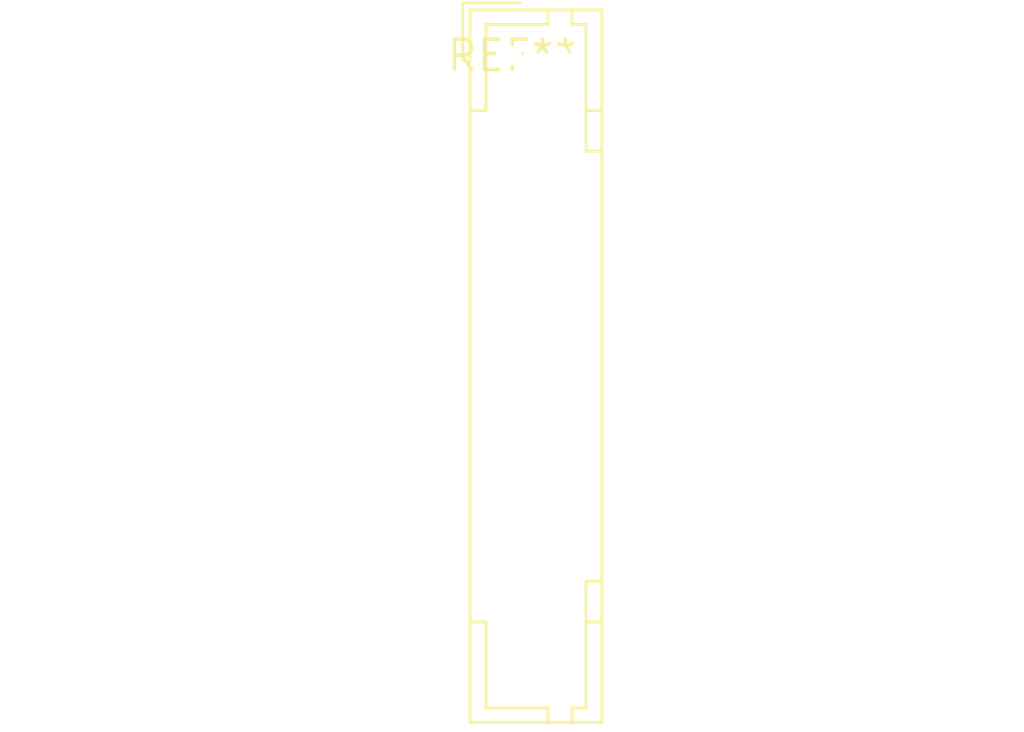
<source format=kicad_pcb>
(kicad_pcb (version 20240108) (generator pcbnew)
  (layers (0 "F.Cu" signal) (31 "B.Cu" signal) (34 "B.Paste" user) (35 "F.Paste" user) (36 "B.SilkS" user "B.Silkscreen") (37 "F.SilkS" user "F.Silkscreen") (38 "B.Mask" user) (39 "F.Mask" user) (44 "Edge.Cuts" user))
  (net 0 "")
  (footprint "JAE_LY20-28P-DT1_2x14_P2.00mm_Vertical" (layer "F.Cu") (at 0 0)
    (property "Reference" "REF**")
    (property "Value" "JAE_LY20-28P-DT1_2x14_P2.00mm_Vertical")
    (fp_line (start -2.06 -2.21) (end -2.06 0.2) (layer "F.SilkS") (stroke (width 0.12)))
    (fp_line (start -1.76 -1.91) (end -1.76 27.91) (layer "F.SilkS") (stroke (width 0.12)))
    (fp_line (start -1.76 27.91) (end 3.76 27.91) (layer "F.SilkS") (stroke (width 0.12)))
    (fp_line (start -1.1 -1.3) (end -1.1 2.3) (layer "F.SilkS") (stroke (width 0.12)))
    (fp_line (start -1.1 2.3) (end -1.76 2.3) (layer "F.SilkS") (stroke (width 0.12)))
    (fp_line (start -1.1 23.7) (end -1.76 23.7) (layer "F.SilkS") (stroke (width 0.12)))
    (fp_line (start -1.1 27.3) (end -1.1 23.7) (layer "F.SilkS") (stroke (width 0.12)))
    (fp_line (start 0.35 -2.21) (end -2.06 -2.21) (layer "F.SilkS") (stroke (width 0.12)))
    (fp_line (start 1.5 -1.91) (end 1.5 -1.3) (layer "F.SilkS") (stroke (width 0.12)))
    (fp_line (start 1.5 -1.3) (end -1.1 -1.3) (layer "F.SilkS") (stroke (width 0.12)))
    (fp_line (start 1.5 27.3) (end -1.1 27.3) (layer "F.SilkS") (stroke (width 0.12)))
    (fp_line (start 1.5 27.91) (end 1.5 27.3) (layer "F.SilkS") (stroke (width 0.12)))
    (fp_line (start 2.5 -1.91) (end 2.5 -1.3) (layer "F.SilkS") (stroke (width 0.12)))
    (fp_line (start 2.5 -1.3) (end 3.1 -1.3) (layer "F.SilkS") (stroke (width 0.12)))
    (fp_line (start 2.5 27.3) (end 3.1 27.3) (layer "F.SilkS") (stroke (width 0.12)))
    (fp_line (start 2.5 27.91) (end 2.5 27.3) (layer "F.SilkS") (stroke (width 0.12)))
    (fp_line (start 3.1 -1.3) (end 3.1 4) (layer "F.SilkS") (stroke (width 0.12)))
    (fp_line (start 3.1 4) (end 3.76 4) (layer "F.SilkS") (stroke (width 0.12)))
    (fp_line (start 3.1 22) (end 3.76 22) (layer "F.SilkS") (stroke (width 0.12)))
    (fp_line (start 3.1 27.3) (end 3.1 22) (layer "F.SilkS") (stroke (width 0.12)))
    (fp_line (start 3.76 -1.91) (end -1.76 -1.91) (layer "F.SilkS") (stroke (width 0.12)))
    (fp_line (start 3.76 2.3) (end 3.1 2.3) (layer "F.SilkS") (stroke (width 0.12)))
    (fp_line (start 3.76 23.7) (end 3.1 23.7) (layer "F.SilkS") (stroke (width 0.12)))
    (fp_line (start 3.76 27.91) (end 3.76 -1.91) (layer "F.SilkS") (stroke (width 0.12)))
    (pad "a1" thru_hole roundrect (at 0 0) (size 1.2 1.2) (drill 0.8) (layers *.Cu *.Mask) (remove_unused_layers) (roundrect_rratio 0.208333))
    (pad "a2" thru_hole circle (at 0 2) (size 1.2 1.2) (drill 0.8) (layers *.Cu *.Mask) (remove_unused_layers))
    (pad "a3" thru_hole circle (at 0 4) (size 1.2 1.2) (drill 0.8) (layers *.Cu *.Mask) (remove_unused_layers))
    (pad "a4" thru_hole circle (at 0 6) (size 1.2 1.2) (drill 0.8) (layers *.Cu *.Mask) (remove_unused_layers))
    (pad "a5" thru_hole circle (at 0 8) (size 1.2 1.2) (drill 0.8) (layers *.Cu *.Mask) (remove_unused_layers))
    (pad "a6" thru_hole circle (at 0 10) (size 1.2 1.2) (drill 0.8) (layers *.Cu *.Mask) (remove_unused_layers))
    (pad "a7" thru_hole circle (at 0 12) (size 1.2 1.2) (drill 0.8) (layers *.Cu *.Mask) (remove_unused_layers))
    (pad "a8" thru_hole circle (at 0 14) (size 1.2 1.2) (drill 0.8) (layers *.Cu *.Mask) (remove_unused_layers))
    (pad "a9" thru_hole circle (at 0 16) (size 1.2 1.2) (drill 0.8) (layers *.Cu *.Mask) (remove_unused_layers))
    (pad "a10" thru_hole circle (at 0 18) (size 1.2 1.2) (drill 0.8) (layers *.Cu *.Mask) (remove_unused_layers))
    (pad "a11" thru_hole circle (at 0 20) (size 1.2 1.2) (drill 0.8) (layers *.Cu *.Mask) (remove_unused_layers))
    (pad "a12" thru_hole circle (at 0 22) (size 1.2 1.2) (drill 0.8) (layers *.Cu *.Mask) (remove_unused_layers))
    (pad "a13" thru_hole circle (at 0 24) (size 1.2 1.2) (drill 0.8) (layers *.Cu *.Mask) (remove_unused_layers))
    (pad "a14" thru_hole circle (at 0 26) (size 1.2 1.2) (drill 0.8) (layers *.Cu *.Mask) (remove_unused_layers))
    (pad "b1" thru_hole circle (at 2 0) (size 1.2 1.2) (drill 0.8) (layers *.Cu *.Mask) (remove_unused_layers))
    (pad "b2" thru_hole circle (at 2 2) (size 1.2 1.2) (drill 0.8) (layers *.Cu *.Mask) (remove_unused_layers))
    (pad "b3" thru_hole circle (at 2 4) (size 1.2 1.2) (drill 0.8) (layers *.Cu *.Mask) (remove_unused_layers))
    (pad "b4" thru_hole circle (at 2 6) (size 1.2 1.2) (drill 0.8) (layers *.Cu *.Mask) (remove_unused_layers))
    (pad "b5" thru_hole circle (at 2 8) (size 1.2 1.2) (drill 0.8) (layers *.Cu *.Mask) (remove_unused_layers))
    (pad "b6" thru_hole circle (at 2 10) (size 1.2 1.2) (drill 0.8) (layers *.Cu *.Mask) (remove_unused_layers))
    (pad "b7" thru_hole circle (at 2 12) (size 1.2 1.2) (drill 0.8) (layers *.Cu *.Mask) (remove_unused_layers))
    (pad "b8" thru_hole circle (at 2 14) (size 1.2 1.2) (drill 0.8) (layers *.Cu *.Mask) (remove_unused_layers))
    (pad "b9" thru_hole circle (at 2 16) (size 1.2 1.2) (drill 0.8) (layers *.Cu *.Mask) (remove_unused_layers))
    (pad "b10" thru_hole circle (at 2 18) (size 1.2 1.2) (drill 0.8) (layers *.Cu *.Mask) (remove_unused_layers))
    (pad "b11" thru_hole circle (at 2 20) (size 1.2 1.2) (drill 0.8) (layers *.Cu *.Mask) (remove_unused_layers))
    (pad "b12" thru_hole circle (at 2 22) (size 1.2 1.2) (drill 0.8) (layers *.Cu *.Mask) (remove_unused_layers))
    (pad "b13" thru_hole circle (at 2 24) (size 1.2 1.2) (drill 0.8) (layers *.Cu *.Mask) (remove_unused_layers))
    (pad "b14" thru_hole circle (at 2 26) (size 1.2 1.2) (drill 0.8) (layers *.Cu *.Mask) (remove_unused_layers))
  )
)
</source>
